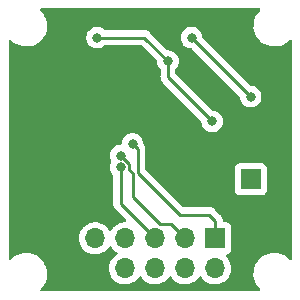
<source format=gbr>
%TF.GenerationSoftware,KiCad,Pcbnew,(6.0.7)*%
%TF.CreationDate,2022-10-09T22:01:22-05:00*%
%TF.ProjectId,TCA9534,54434139-3533-4342-9e6b-696361645f70,1.0*%
%TF.SameCoordinates,Original*%
%TF.FileFunction,Copper,L2,Bot*%
%TF.FilePolarity,Positive*%
%FSLAX46Y46*%
G04 Gerber Fmt 4.6, Leading zero omitted, Abs format (unit mm)*
G04 Created by KiCad (PCBNEW (6.0.7)) date 2022-10-09 22:01:22*
%MOMM*%
%LPD*%
G01*
G04 APERTURE LIST*
%TA.AperFunction,ComponentPad*%
%ADD10R,1.700000X1.700000*%
%TD*%
%TA.AperFunction,ComponentPad*%
%ADD11O,1.700000X1.700000*%
%TD*%
%TA.AperFunction,ViaPad*%
%ADD12C,0.800000*%
%TD*%
%TA.AperFunction,Conductor*%
%ADD13C,0.250000*%
%TD*%
G04 APERTURE END LIST*
D10*
%TO.P,J4,1,Pin_1*%
%TO.N,/INT*%
X179000000Y-89000000D03*
%TD*%
%TO.P,J3,1,Pin_1*%
%TO.N,/P0*%
X176000000Y-94000000D03*
D11*
%TO.P,J3,2,Pin_2*%
%TO.N,/P4*%
X176000000Y-96540000D03*
%TO.P,J3,3,Pin_3*%
%TO.N,/P1*%
X173460000Y-94000000D03*
%TO.P,J3,4,Pin_4*%
%TO.N,/P5*%
X173460000Y-96540000D03*
%TO.P,J3,5,Pin_5*%
%TO.N,/P2*%
X170920000Y-94000000D03*
%TO.P,J3,6,Pin_6*%
%TO.N,/P6*%
X170920000Y-96540000D03*
%TO.P,J3,7,Pin_7*%
%TO.N,/P3*%
X168380000Y-94000000D03*
%TO.P,J3,8,Pin_8*%
%TO.N,/P7*%
X168380000Y-96540000D03*
%TO.P,J3,9,Pin_9*%
%TO.N,+3.3V*%
X165840000Y-94000000D03*
%TO.P,J3,10,Pin_10*%
%TO.N,GND*%
X165840000Y-96540000D03*
%TD*%
D12*
%TO.N,GND*%
X163500000Y-85000000D03*
X163500000Y-90000000D03*
X170000000Y-79000000D03*
X164000000Y-81000000D03*
X177000000Y-77500000D03*
%TO.N,/SDA*%
X179000000Y-82000000D03*
X174000000Y-77000000D03*
%TO.N,/SCL*%
X166000000Y-77000000D03*
X175737100Y-84095000D03*
X172000000Y-79000000D03*
%TO.N,/P0*%
X169000000Y-86000000D03*
%TO.N,/P1*%
X168000000Y-87000000D03*
%TO.N,/P2*%
X168000000Y-88000000D03*
%TD*%
D13*
%TO.N,/SDA*%
X174000000Y-77000000D02*
X179000000Y-82000000D01*
%TO.N,/SCL*%
X170000000Y-77000000D02*
X172000000Y-79000000D01*
X166000000Y-77000000D02*
X170000000Y-77000000D01*
X172000000Y-79000000D02*
X172000000Y-80357900D01*
X172000000Y-80357900D02*
X175737100Y-84095000D01*
%TO.N,/P0*%
X176000000Y-92500000D02*
X175500000Y-92000000D01*
X169450000Y-86450000D02*
X169000000Y-86000000D01*
X175500000Y-92000000D02*
X173000000Y-92000000D01*
X176000000Y-94000000D02*
X176000000Y-92500000D01*
X173000000Y-92000000D02*
X169450000Y-88450000D01*
X169450000Y-88450000D02*
X169450000Y-86450000D01*
%TO.N,/P1*%
X168000000Y-87000000D02*
X168025305Y-87000000D01*
X168725000Y-87699695D02*
X168725000Y-88225000D01*
X168725000Y-88225000D02*
X169000000Y-88500000D01*
X171325000Y-92825000D02*
X172285000Y-92825000D01*
X172285000Y-92825000D02*
X173460000Y-94000000D01*
X169000000Y-90500000D02*
X171325000Y-92825000D01*
X169000000Y-88500000D02*
X169000000Y-90500000D01*
X168025305Y-87000000D02*
X168725000Y-87699695D01*
%TO.N,/P2*%
X170920000Y-94000000D02*
X168000000Y-91080000D01*
X168000000Y-91080000D02*
X168000000Y-88000000D01*
%TD*%
%TA.AperFunction,Conductor*%
%TO.N,GND*%
G36*
X179765262Y-74528502D02*
G01*
X179811755Y-74582158D01*
X179821859Y-74652432D01*
X179788916Y-74720832D01*
X179629557Y-74890237D01*
X179480576Y-75104991D01*
X179364975Y-75339407D01*
X179285293Y-75588335D01*
X179243279Y-75846307D01*
X179243218Y-75850980D01*
X179240052Y-76092872D01*
X179239858Y-76107655D01*
X179275104Y-76366638D01*
X179276412Y-76371124D01*
X179276412Y-76371126D01*
X179292874Y-76427604D01*
X179348243Y-76617567D01*
X179457668Y-76854928D01*
X179460231Y-76858837D01*
X179598410Y-77069596D01*
X179598414Y-77069601D01*
X179600976Y-77073509D01*
X179775018Y-77268506D01*
X179975970Y-77435637D01*
X179979973Y-77438066D01*
X180195422Y-77568804D01*
X180195426Y-77568806D01*
X180199419Y-77571229D01*
X180440455Y-77672303D01*
X180693783Y-77736641D01*
X180698434Y-77737109D01*
X180698438Y-77737110D01*
X180891308Y-77756531D01*
X180910867Y-77758500D01*
X181066354Y-77758500D01*
X181068679Y-77758327D01*
X181068685Y-77758327D01*
X181256000Y-77744407D01*
X181256004Y-77744406D01*
X181260652Y-77744061D01*
X181265200Y-77743032D01*
X181265206Y-77743031D01*
X181451601Y-77700853D01*
X181515577Y-77686377D01*
X181519931Y-77684684D01*
X181754824Y-77593340D01*
X181754827Y-77593339D01*
X181759177Y-77591647D01*
X181986098Y-77461951D01*
X182191357Y-77300138D01*
X182273725Y-77212578D01*
X182334969Y-77176666D01*
X182405907Y-77179566D01*
X182464015Y-77220357D01*
X182490846Y-77286088D01*
X182491500Y-77298911D01*
X182491500Y-95699708D01*
X182471498Y-95767829D01*
X182417842Y-95814322D01*
X182347568Y-95824426D01*
X182282988Y-95794932D01*
X182271497Y-95783610D01*
X182224982Y-95731494D01*
X182024030Y-95564363D01*
X181976844Y-95535730D01*
X181804578Y-95431196D01*
X181804574Y-95431194D01*
X181800581Y-95428771D01*
X181559545Y-95327697D01*
X181306217Y-95263359D01*
X181301566Y-95262891D01*
X181301562Y-95262890D01*
X181092271Y-95241816D01*
X181089133Y-95241500D01*
X180933646Y-95241500D01*
X180931321Y-95241673D01*
X180931315Y-95241673D01*
X180744000Y-95255593D01*
X180743996Y-95255594D01*
X180739348Y-95255939D01*
X180734800Y-95256968D01*
X180734794Y-95256969D01*
X180565712Y-95295229D01*
X180484423Y-95313623D01*
X180480071Y-95315315D01*
X180480069Y-95315316D01*
X180245176Y-95406660D01*
X180245173Y-95406661D01*
X180240823Y-95408353D01*
X180013902Y-95538049D01*
X179808643Y-95699862D01*
X179629557Y-95890237D01*
X179480576Y-96104991D01*
X179478510Y-96109181D01*
X179478508Y-96109184D01*
X179373302Y-96322522D01*
X179364975Y-96339407D01*
X179285293Y-96588335D01*
X179243279Y-96846307D01*
X179239858Y-97107655D01*
X179275104Y-97366638D01*
X179276412Y-97371124D01*
X179276412Y-97371126D01*
X179292738Y-97427137D01*
X179348243Y-97617567D01*
X179457668Y-97854928D01*
X179460231Y-97858837D01*
X179598410Y-98069596D01*
X179598414Y-98069601D01*
X179600976Y-98073509D01*
X179775018Y-98268506D01*
X179778611Y-98271494D01*
X179781978Y-98274746D01*
X179780400Y-98276380D01*
X179814782Y-98327680D01*
X179816149Y-98398663D01*
X179778923Y-98459118D01*
X179714922Y-98489849D01*
X179694592Y-98491500D01*
X161302859Y-98491500D01*
X161234738Y-98471498D01*
X161188245Y-98417842D01*
X161178141Y-98347568D01*
X161211084Y-98279167D01*
X161367237Y-98113171D01*
X161370443Y-98109763D01*
X161493443Y-97932460D01*
X161516759Y-97898851D01*
X161516761Y-97898848D01*
X161519424Y-97895009D01*
X161530096Y-97873368D01*
X161632960Y-97664781D01*
X161632961Y-97664778D01*
X161635025Y-97660593D01*
X161714707Y-97411665D01*
X161756721Y-97153693D01*
X161758250Y-97036857D01*
X161760081Y-96897022D01*
X161760081Y-96897019D01*
X161760142Y-96892345D01*
X161724896Y-96633362D01*
X161710473Y-96583877D01*
X161698664Y-96543365D01*
X161651757Y-96382433D01*
X161542332Y-96145072D01*
X161480922Y-96051406D01*
X161401590Y-95930404D01*
X161401586Y-95930399D01*
X161399024Y-95926491D01*
X161224982Y-95731494D01*
X161024030Y-95564363D01*
X160976844Y-95535730D01*
X160804578Y-95431196D01*
X160804574Y-95431194D01*
X160800581Y-95428771D01*
X160559545Y-95327697D01*
X160306217Y-95263359D01*
X160301566Y-95262891D01*
X160301562Y-95262890D01*
X160092271Y-95241816D01*
X160089133Y-95241500D01*
X159933646Y-95241500D01*
X159931321Y-95241673D01*
X159931315Y-95241673D01*
X159744000Y-95255593D01*
X159743996Y-95255594D01*
X159739348Y-95255939D01*
X159734800Y-95256968D01*
X159734794Y-95256969D01*
X159565712Y-95295229D01*
X159484423Y-95313623D01*
X159480071Y-95315315D01*
X159480069Y-95315316D01*
X159245176Y-95406660D01*
X159245173Y-95406661D01*
X159240823Y-95408353D01*
X159013902Y-95538049D01*
X158808643Y-95699862D01*
X158795426Y-95713912D01*
X158726275Y-95787422D01*
X158665031Y-95823334D01*
X158594093Y-95820434D01*
X158535985Y-95779643D01*
X158509154Y-95713912D01*
X158508500Y-95701089D01*
X158508500Y-93966695D01*
X164477251Y-93966695D01*
X164490110Y-94189715D01*
X164491247Y-94194761D01*
X164491248Y-94194767D01*
X164515304Y-94301508D01*
X164539222Y-94407639D01*
X164623266Y-94614616D01*
X164660685Y-94675678D01*
X164737291Y-94800688D01*
X164739987Y-94805088D01*
X164886250Y-94973938D01*
X165058126Y-95116632D01*
X165251000Y-95229338D01*
X165255825Y-95231180D01*
X165255826Y-95231181D01*
X165319755Y-95255593D01*
X165459692Y-95309030D01*
X165464760Y-95310061D01*
X165464763Y-95310062D01*
X165560324Y-95329504D01*
X165678597Y-95353567D01*
X165683772Y-95353757D01*
X165683774Y-95353757D01*
X165896673Y-95361564D01*
X165896677Y-95361564D01*
X165901837Y-95361753D01*
X165906957Y-95361097D01*
X165906959Y-95361097D01*
X166118288Y-95334025D01*
X166118289Y-95334025D01*
X166123416Y-95333368D01*
X166130096Y-95331364D01*
X166332429Y-95270661D01*
X166332434Y-95270659D01*
X166337384Y-95269174D01*
X166537994Y-95170896D01*
X166719860Y-95041173D01*
X166878096Y-94883489D01*
X166937594Y-94800689D01*
X167008453Y-94702077D01*
X167009776Y-94703028D01*
X167056645Y-94659857D01*
X167126580Y-94647625D01*
X167192026Y-94675144D01*
X167219875Y-94706994D01*
X167279987Y-94805088D01*
X167426250Y-94973938D01*
X167598126Y-95116632D01*
X167668595Y-95157811D01*
X167671445Y-95159476D01*
X167720169Y-95211114D01*
X167733240Y-95280897D01*
X167706509Y-95346669D01*
X167666055Y-95380027D01*
X167653607Y-95386507D01*
X167649474Y-95389610D01*
X167649471Y-95389612D01*
X167525567Y-95482642D01*
X167474965Y-95520635D01*
X167320629Y-95682138D01*
X167317720Y-95686403D01*
X167317714Y-95686411D01*
X167248809Y-95787422D01*
X167194743Y-95866680D01*
X167100688Y-96069305D01*
X167040989Y-96284570D01*
X167017251Y-96506695D01*
X167017548Y-96511848D01*
X167017548Y-96511851D01*
X167023011Y-96606590D01*
X167030110Y-96729715D01*
X167031247Y-96734761D01*
X167031248Y-96734767D01*
X167051119Y-96822939D01*
X167079222Y-96947639D01*
X167163266Y-97154616D01*
X167214019Y-97237438D01*
X167277291Y-97340688D01*
X167279987Y-97345088D01*
X167426250Y-97513938D01*
X167598126Y-97656632D01*
X167791000Y-97769338D01*
X167999692Y-97849030D01*
X168004760Y-97850061D01*
X168004763Y-97850062D01*
X168112017Y-97871883D01*
X168218597Y-97893567D01*
X168223772Y-97893757D01*
X168223774Y-97893757D01*
X168436673Y-97901564D01*
X168436677Y-97901564D01*
X168441837Y-97901753D01*
X168446957Y-97901097D01*
X168446959Y-97901097D01*
X168658288Y-97874025D01*
X168658289Y-97874025D01*
X168663416Y-97873368D01*
X168711850Y-97858837D01*
X168872429Y-97810661D01*
X168872434Y-97810659D01*
X168877384Y-97809174D01*
X169077994Y-97710896D01*
X169259860Y-97581173D01*
X169418096Y-97423489D01*
X169426593Y-97411665D01*
X169548453Y-97242077D01*
X169549776Y-97243028D01*
X169596645Y-97199857D01*
X169666580Y-97187625D01*
X169732026Y-97215144D01*
X169759875Y-97246994D01*
X169819987Y-97345088D01*
X169966250Y-97513938D01*
X170138126Y-97656632D01*
X170331000Y-97769338D01*
X170539692Y-97849030D01*
X170544760Y-97850061D01*
X170544763Y-97850062D01*
X170652017Y-97871883D01*
X170758597Y-97893567D01*
X170763772Y-97893757D01*
X170763774Y-97893757D01*
X170976673Y-97901564D01*
X170976677Y-97901564D01*
X170981837Y-97901753D01*
X170986957Y-97901097D01*
X170986959Y-97901097D01*
X171198288Y-97874025D01*
X171198289Y-97874025D01*
X171203416Y-97873368D01*
X171251850Y-97858837D01*
X171412429Y-97810661D01*
X171412434Y-97810659D01*
X171417384Y-97809174D01*
X171617994Y-97710896D01*
X171799860Y-97581173D01*
X171958096Y-97423489D01*
X171966593Y-97411665D01*
X172088453Y-97242077D01*
X172089776Y-97243028D01*
X172136645Y-97199857D01*
X172206580Y-97187625D01*
X172272026Y-97215144D01*
X172299875Y-97246994D01*
X172359987Y-97345088D01*
X172506250Y-97513938D01*
X172678126Y-97656632D01*
X172871000Y-97769338D01*
X173079692Y-97849030D01*
X173084760Y-97850061D01*
X173084763Y-97850062D01*
X173192017Y-97871883D01*
X173298597Y-97893567D01*
X173303772Y-97893757D01*
X173303774Y-97893757D01*
X173516673Y-97901564D01*
X173516677Y-97901564D01*
X173521837Y-97901753D01*
X173526957Y-97901097D01*
X173526959Y-97901097D01*
X173738288Y-97874025D01*
X173738289Y-97874025D01*
X173743416Y-97873368D01*
X173791850Y-97858837D01*
X173952429Y-97810661D01*
X173952434Y-97810659D01*
X173957384Y-97809174D01*
X174157994Y-97710896D01*
X174339860Y-97581173D01*
X174498096Y-97423489D01*
X174506593Y-97411665D01*
X174628453Y-97242077D01*
X174629776Y-97243028D01*
X174676645Y-97199857D01*
X174746580Y-97187625D01*
X174812026Y-97215144D01*
X174839875Y-97246994D01*
X174899987Y-97345088D01*
X175046250Y-97513938D01*
X175218126Y-97656632D01*
X175411000Y-97769338D01*
X175619692Y-97849030D01*
X175624760Y-97850061D01*
X175624763Y-97850062D01*
X175732017Y-97871883D01*
X175838597Y-97893567D01*
X175843772Y-97893757D01*
X175843774Y-97893757D01*
X176056673Y-97901564D01*
X176056677Y-97901564D01*
X176061837Y-97901753D01*
X176066957Y-97901097D01*
X176066959Y-97901097D01*
X176278288Y-97874025D01*
X176278289Y-97874025D01*
X176283416Y-97873368D01*
X176331850Y-97858837D01*
X176492429Y-97810661D01*
X176492434Y-97810659D01*
X176497384Y-97809174D01*
X176697994Y-97710896D01*
X176879860Y-97581173D01*
X177038096Y-97423489D01*
X177046593Y-97411665D01*
X177165435Y-97246277D01*
X177168453Y-97242077D01*
X177189320Y-97199857D01*
X177265136Y-97046453D01*
X177265137Y-97046451D01*
X177267430Y-97041811D01*
X177332370Y-96828069D01*
X177361529Y-96606590D01*
X177363156Y-96540000D01*
X177344852Y-96317361D01*
X177290431Y-96100702D01*
X177201354Y-95895840D01*
X177093101Y-95728506D01*
X177082822Y-95712617D01*
X177082820Y-95712614D01*
X177080014Y-95708277D01*
X177075453Y-95703264D01*
X176932798Y-95546488D01*
X176901746Y-95482642D01*
X176910141Y-95412143D01*
X176955317Y-95357375D01*
X176981761Y-95343706D01*
X177088297Y-95303767D01*
X177096705Y-95300615D01*
X177213261Y-95213261D01*
X177300615Y-95096705D01*
X177351745Y-94960316D01*
X177358500Y-94898134D01*
X177358500Y-93101866D01*
X177351745Y-93039684D01*
X177300615Y-92903295D01*
X177213261Y-92786739D01*
X177096705Y-92699385D01*
X176960316Y-92648255D01*
X176898134Y-92641500D01*
X176760363Y-92641500D01*
X176692242Y-92621498D01*
X176645749Y-92567842D01*
X176634425Y-92519458D01*
X176633562Y-92492002D01*
X176633500Y-92488044D01*
X176633500Y-92460144D01*
X176632996Y-92456153D01*
X176632063Y-92444311D01*
X176630923Y-92408036D01*
X176630674Y-92400111D01*
X176628462Y-92392497D01*
X176628461Y-92392492D01*
X176625023Y-92380659D01*
X176621012Y-92361295D01*
X176619467Y-92349064D01*
X176618474Y-92341203D01*
X176615557Y-92333836D01*
X176615556Y-92333831D01*
X176602198Y-92300092D01*
X176598354Y-92288865D01*
X176588230Y-92254022D01*
X176586018Y-92246407D01*
X176575707Y-92228972D01*
X176567012Y-92211224D01*
X176559552Y-92192383D01*
X176533564Y-92156613D01*
X176527048Y-92146693D01*
X176508580Y-92115465D01*
X176508578Y-92115462D01*
X176504542Y-92108638D01*
X176490221Y-92094317D01*
X176477380Y-92079283D01*
X176470132Y-92069307D01*
X176465472Y-92062893D01*
X176431407Y-92034712D01*
X176422626Y-92026722D01*
X176003647Y-91607742D01*
X175996113Y-91599463D01*
X175992000Y-91592982D01*
X175942348Y-91546356D01*
X175939507Y-91543602D01*
X175919770Y-91523865D01*
X175916573Y-91521385D01*
X175907551Y-91513680D01*
X175881100Y-91488841D01*
X175875321Y-91483414D01*
X175868375Y-91479595D01*
X175868372Y-91479593D01*
X175857566Y-91473652D01*
X175841047Y-91462801D01*
X175840583Y-91462441D01*
X175825041Y-91450386D01*
X175817772Y-91447241D01*
X175817768Y-91447238D01*
X175784463Y-91432826D01*
X175773813Y-91427609D01*
X175735060Y-91406305D01*
X175715437Y-91401267D01*
X175696734Y-91394863D01*
X175685420Y-91389967D01*
X175685419Y-91389967D01*
X175678145Y-91386819D01*
X175670322Y-91385580D01*
X175670312Y-91385577D01*
X175634476Y-91379901D01*
X175622856Y-91377495D01*
X175587711Y-91368472D01*
X175587710Y-91368472D01*
X175580030Y-91366500D01*
X175559776Y-91366500D01*
X175540065Y-91364949D01*
X175527886Y-91363020D01*
X175520057Y-91361780D01*
X175512165Y-91362526D01*
X175476039Y-91365941D01*
X175464181Y-91366500D01*
X173314594Y-91366500D01*
X173246473Y-91346498D01*
X173225499Y-91329595D01*
X171794038Y-89898134D01*
X177641500Y-89898134D01*
X177648255Y-89960316D01*
X177699385Y-90096705D01*
X177786739Y-90213261D01*
X177903295Y-90300615D01*
X178039684Y-90351745D01*
X178101866Y-90358500D01*
X179898134Y-90358500D01*
X179960316Y-90351745D01*
X180096705Y-90300615D01*
X180213261Y-90213261D01*
X180300615Y-90096705D01*
X180351745Y-89960316D01*
X180358500Y-89898134D01*
X180358500Y-88101866D01*
X180351745Y-88039684D01*
X180300615Y-87903295D01*
X180213261Y-87786739D01*
X180096705Y-87699385D01*
X179960316Y-87648255D01*
X179898134Y-87641500D01*
X178101866Y-87641500D01*
X178039684Y-87648255D01*
X177903295Y-87699385D01*
X177786739Y-87786739D01*
X177699385Y-87903295D01*
X177648255Y-88039684D01*
X177641500Y-88101866D01*
X177641500Y-89898134D01*
X171794038Y-89898134D01*
X170120405Y-88224500D01*
X170086379Y-88162188D01*
X170083500Y-88135405D01*
X170083500Y-86528767D01*
X170084027Y-86517584D01*
X170085702Y-86510091D01*
X170084224Y-86463056D01*
X170083562Y-86442014D01*
X170083500Y-86438055D01*
X170083500Y-86410144D01*
X170082995Y-86406144D01*
X170082062Y-86394301D01*
X170080922Y-86358029D01*
X170080673Y-86350110D01*
X170075022Y-86330657D01*
X170071014Y-86311302D01*
X170069469Y-86299071D01*
X170069467Y-86299063D01*
X170068474Y-86291203D01*
X170065557Y-86283836D01*
X170065556Y-86283831D01*
X170052200Y-86250097D01*
X170048355Y-86238870D01*
X170047721Y-86236687D01*
X170036018Y-86196407D01*
X170025707Y-86178972D01*
X170017012Y-86161224D01*
X170009552Y-86142383D01*
X169983564Y-86106613D01*
X169977048Y-86096693D01*
X169958580Y-86065465D01*
X169958578Y-86065462D01*
X169954542Y-86058638D01*
X169947122Y-86051218D01*
X169946157Y-86049451D01*
X169944079Y-86046772D01*
X169944511Y-86046437D01*
X169913096Y-85988906D01*
X169910907Y-85975293D01*
X169894232Y-85816635D01*
X169894232Y-85816633D01*
X169893542Y-85810072D01*
X169834527Y-85628444D01*
X169739040Y-85463056D01*
X169611253Y-85321134D01*
X169456752Y-85208882D01*
X169450724Y-85206198D01*
X169450722Y-85206197D01*
X169288319Y-85133891D01*
X169288318Y-85133891D01*
X169282288Y-85131206D01*
X169188888Y-85111353D01*
X169101944Y-85092872D01*
X169101939Y-85092872D01*
X169095487Y-85091500D01*
X168904513Y-85091500D01*
X168898061Y-85092872D01*
X168898056Y-85092872D01*
X168811112Y-85111353D01*
X168717712Y-85131206D01*
X168711682Y-85133891D01*
X168711681Y-85133891D01*
X168549278Y-85206197D01*
X168549276Y-85206198D01*
X168543248Y-85208882D01*
X168388747Y-85321134D01*
X168260960Y-85463056D01*
X168165473Y-85628444D01*
X168106458Y-85810072D01*
X168105768Y-85816633D01*
X168105768Y-85816635D01*
X168088738Y-85978670D01*
X168061725Y-86044327D01*
X168003503Y-86084957D01*
X167963428Y-86091500D01*
X167904513Y-86091500D01*
X167898061Y-86092872D01*
X167898056Y-86092872D01*
X167833412Y-86106613D01*
X167717712Y-86131206D01*
X167711682Y-86133891D01*
X167711681Y-86133891D01*
X167549278Y-86206197D01*
X167549276Y-86206198D01*
X167543248Y-86208882D01*
X167388747Y-86321134D01*
X167384326Y-86326044D01*
X167384325Y-86326045D01*
X167355527Y-86358029D01*
X167260960Y-86463056D01*
X167165473Y-86628444D01*
X167106458Y-86810072D01*
X167086496Y-87000000D01*
X167106458Y-87189928D01*
X167165473Y-87371556D01*
X167168776Y-87377278D01*
X167168777Y-87377279D01*
X167203257Y-87437000D01*
X167219995Y-87505995D01*
X167203257Y-87563000D01*
X167165473Y-87628444D01*
X167106458Y-87810072D01*
X167086496Y-88000000D01*
X167087186Y-88006565D01*
X167097562Y-88105283D01*
X167106458Y-88189928D01*
X167165473Y-88371556D01*
X167260960Y-88536944D01*
X167334137Y-88618215D01*
X167364853Y-88682221D01*
X167366500Y-88702524D01*
X167366500Y-91001233D01*
X167365973Y-91012416D01*
X167364298Y-91019909D01*
X167364547Y-91027835D01*
X167364547Y-91027836D01*
X167366438Y-91087986D01*
X167366500Y-91091945D01*
X167366500Y-91119856D01*
X167366997Y-91123790D01*
X167366997Y-91123791D01*
X167367005Y-91123856D01*
X167367938Y-91135693D01*
X167369327Y-91179889D01*
X167374978Y-91199339D01*
X167378987Y-91218700D01*
X167381526Y-91238797D01*
X167384445Y-91246168D01*
X167384445Y-91246170D01*
X167397804Y-91279912D01*
X167401649Y-91291142D01*
X167413982Y-91333593D01*
X167418015Y-91340412D01*
X167418017Y-91340417D01*
X167424293Y-91351028D01*
X167432988Y-91368776D01*
X167440448Y-91387617D01*
X167445110Y-91394033D01*
X167445110Y-91394034D01*
X167466436Y-91423387D01*
X167472952Y-91433307D01*
X167485925Y-91455242D01*
X167495458Y-91471362D01*
X167509779Y-91485683D01*
X167522619Y-91500716D01*
X167534528Y-91517107D01*
X167566555Y-91543602D01*
X167568605Y-91545298D01*
X167577384Y-91553288D01*
X168450086Y-92425990D01*
X168484112Y-92488302D01*
X168479047Y-92559117D01*
X168436500Y-92615953D01*
X168369980Y-92640764D01*
X168359459Y-92641076D01*
X168311962Y-92640495D01*
X168290080Y-92640228D01*
X168290078Y-92640228D01*
X168284911Y-92640165D01*
X168064091Y-92673955D01*
X167851756Y-92743357D01*
X167653607Y-92846507D01*
X167649474Y-92849610D01*
X167649471Y-92849612D01*
X167479100Y-92977530D01*
X167474965Y-92980635D01*
X167435525Y-93021907D01*
X167381280Y-93078671D01*
X167320629Y-93142138D01*
X167213201Y-93299621D01*
X167158293Y-93344621D01*
X167087768Y-93352792D01*
X167024021Y-93321538D01*
X167003324Y-93297054D01*
X166922822Y-93172617D01*
X166922820Y-93172614D01*
X166920014Y-93168277D01*
X166769670Y-93003051D01*
X166765619Y-92999852D01*
X166765615Y-92999848D01*
X166598414Y-92867800D01*
X166598410Y-92867798D01*
X166594359Y-92864598D01*
X166398789Y-92756638D01*
X166393920Y-92754914D01*
X166393916Y-92754912D01*
X166193087Y-92683795D01*
X166193083Y-92683794D01*
X166188212Y-92682069D01*
X166183119Y-92681162D01*
X166183116Y-92681161D01*
X165973373Y-92643800D01*
X165973367Y-92643799D01*
X165968284Y-92642894D01*
X165894452Y-92641992D01*
X165750081Y-92640228D01*
X165750079Y-92640228D01*
X165744911Y-92640165D01*
X165524091Y-92673955D01*
X165311756Y-92743357D01*
X165113607Y-92846507D01*
X165109474Y-92849610D01*
X165109471Y-92849612D01*
X164939100Y-92977530D01*
X164934965Y-92980635D01*
X164895525Y-93021907D01*
X164841280Y-93078671D01*
X164780629Y-93142138D01*
X164654743Y-93326680D01*
X164560688Y-93529305D01*
X164500989Y-93744570D01*
X164477251Y-93966695D01*
X158508500Y-93966695D01*
X158508500Y-77300292D01*
X158528502Y-77232171D01*
X158582158Y-77185678D01*
X158652432Y-77175574D01*
X158717012Y-77205068D01*
X158728499Y-77216386D01*
X158775018Y-77268506D01*
X158975970Y-77435637D01*
X158979973Y-77438066D01*
X159195422Y-77568804D01*
X159195426Y-77568806D01*
X159199419Y-77571229D01*
X159440455Y-77672303D01*
X159693783Y-77736641D01*
X159698434Y-77737109D01*
X159698438Y-77737110D01*
X159891308Y-77756531D01*
X159910867Y-77758500D01*
X160066354Y-77758500D01*
X160068679Y-77758327D01*
X160068685Y-77758327D01*
X160256000Y-77744407D01*
X160256004Y-77744406D01*
X160260652Y-77744061D01*
X160265200Y-77743032D01*
X160265206Y-77743031D01*
X160451601Y-77700853D01*
X160515577Y-77686377D01*
X160519931Y-77684684D01*
X160754824Y-77593340D01*
X160754827Y-77593339D01*
X160759177Y-77591647D01*
X160986098Y-77461951D01*
X161191357Y-77300138D01*
X161370443Y-77109763D01*
X161446589Y-77000000D01*
X165086496Y-77000000D01*
X165087186Y-77006565D01*
X165098391Y-77113171D01*
X165106458Y-77189928D01*
X165165473Y-77371556D01*
X165260960Y-77536944D01*
X165265378Y-77541851D01*
X165265379Y-77541852D01*
X165310215Y-77591647D01*
X165388747Y-77678866D01*
X165543248Y-77791118D01*
X165549276Y-77793802D01*
X165549278Y-77793803D01*
X165711681Y-77866109D01*
X165717712Y-77868794D01*
X165811113Y-77888647D01*
X165898056Y-77907128D01*
X165898061Y-77907128D01*
X165904513Y-77908500D01*
X166095487Y-77908500D01*
X166101939Y-77907128D01*
X166101944Y-77907128D01*
X166188887Y-77888647D01*
X166282288Y-77868794D01*
X166288319Y-77866109D01*
X166450722Y-77793803D01*
X166450724Y-77793802D01*
X166456752Y-77791118D01*
X166533319Y-77735489D01*
X166603245Y-77684684D01*
X166611253Y-77678866D01*
X166615668Y-77673963D01*
X166620580Y-77669540D01*
X166621705Y-77670789D01*
X166675014Y-77637949D01*
X166708200Y-77633500D01*
X169685406Y-77633500D01*
X169753527Y-77653502D01*
X169774501Y-77670405D01*
X171052878Y-78948783D01*
X171086904Y-79011095D01*
X171089093Y-79024706D01*
X171106458Y-79189928D01*
X171165473Y-79371556D01*
X171260960Y-79536944D01*
X171334137Y-79618215D01*
X171364853Y-79682221D01*
X171366500Y-79702524D01*
X171366500Y-80279133D01*
X171365973Y-80290316D01*
X171364298Y-80297809D01*
X171364547Y-80305735D01*
X171364547Y-80305736D01*
X171366438Y-80365886D01*
X171366500Y-80369845D01*
X171366500Y-80397756D01*
X171366997Y-80401690D01*
X171366997Y-80401691D01*
X171367005Y-80401756D01*
X171367938Y-80413593D01*
X171369327Y-80457789D01*
X171374978Y-80477239D01*
X171378987Y-80496600D01*
X171381526Y-80516697D01*
X171384445Y-80524068D01*
X171384445Y-80524070D01*
X171397804Y-80557812D01*
X171401649Y-80569042D01*
X171413982Y-80611493D01*
X171418015Y-80618312D01*
X171418017Y-80618317D01*
X171424293Y-80628928D01*
X171432988Y-80646676D01*
X171440448Y-80665517D01*
X171445110Y-80671933D01*
X171445110Y-80671934D01*
X171466436Y-80701287D01*
X171472952Y-80711207D01*
X171495458Y-80749262D01*
X171509779Y-80763583D01*
X171522619Y-80778616D01*
X171534528Y-80795007D01*
X171540634Y-80800058D01*
X171568605Y-80823198D01*
X171577384Y-80831188D01*
X174789978Y-84043782D01*
X174824004Y-84106094D01*
X174826192Y-84119703D01*
X174843558Y-84284928D01*
X174902573Y-84466556D01*
X174998060Y-84631944D01*
X175125847Y-84773866D01*
X175280348Y-84886118D01*
X175286376Y-84888802D01*
X175286378Y-84888803D01*
X175448781Y-84961109D01*
X175454812Y-84963794D01*
X175548212Y-84983647D01*
X175635156Y-85002128D01*
X175635161Y-85002128D01*
X175641613Y-85003500D01*
X175832587Y-85003500D01*
X175839039Y-85002128D01*
X175839044Y-85002128D01*
X175925987Y-84983647D01*
X176019388Y-84963794D01*
X176025419Y-84961109D01*
X176187822Y-84888803D01*
X176187824Y-84888802D01*
X176193852Y-84886118D01*
X176348353Y-84773866D01*
X176476140Y-84631944D01*
X176571627Y-84466556D01*
X176630642Y-84284928D01*
X176650604Y-84095000D01*
X176630642Y-83905072D01*
X176571627Y-83723444D01*
X176476140Y-83558056D01*
X176348353Y-83416134D01*
X176193852Y-83303882D01*
X176187824Y-83301198D01*
X176187822Y-83301197D01*
X176025419Y-83228891D01*
X176025418Y-83228891D01*
X176019388Y-83226206D01*
X175925988Y-83206353D01*
X175839044Y-83187872D01*
X175839039Y-83187872D01*
X175832587Y-83186500D01*
X175776694Y-83186500D01*
X175708573Y-83166498D01*
X175687599Y-83149595D01*
X172670405Y-80132400D01*
X172636379Y-80070088D01*
X172633500Y-80043305D01*
X172633500Y-79702524D01*
X172653502Y-79634403D01*
X172665858Y-79618221D01*
X172739040Y-79536944D01*
X172834527Y-79371556D01*
X172893542Y-79189928D01*
X172913504Y-79000000D01*
X172893542Y-78810072D01*
X172834527Y-78628444D01*
X172739040Y-78463056D01*
X172611253Y-78321134D01*
X172456752Y-78208882D01*
X172450724Y-78206198D01*
X172450722Y-78206197D01*
X172288319Y-78133891D01*
X172288318Y-78133891D01*
X172282288Y-78131206D01*
X172188888Y-78111353D01*
X172101944Y-78092872D01*
X172101939Y-78092872D01*
X172095487Y-78091500D01*
X172039594Y-78091500D01*
X171971473Y-78071498D01*
X171950499Y-78054595D01*
X170895905Y-77000000D01*
X173086496Y-77000000D01*
X173087186Y-77006565D01*
X173098391Y-77113171D01*
X173106458Y-77189928D01*
X173165473Y-77371556D01*
X173260960Y-77536944D01*
X173265378Y-77541851D01*
X173265379Y-77541852D01*
X173310215Y-77591647D01*
X173388747Y-77678866D01*
X173543248Y-77791118D01*
X173549276Y-77793802D01*
X173549278Y-77793803D01*
X173711681Y-77866109D01*
X173717712Y-77868794D01*
X173811113Y-77888647D01*
X173898056Y-77907128D01*
X173898061Y-77907128D01*
X173904513Y-77908500D01*
X173960406Y-77908500D01*
X174028527Y-77928502D01*
X174049501Y-77945405D01*
X178052878Y-81948783D01*
X178086904Y-82011095D01*
X178089093Y-82024706D01*
X178106458Y-82189928D01*
X178165473Y-82371556D01*
X178260960Y-82536944D01*
X178388747Y-82678866D01*
X178543248Y-82791118D01*
X178549276Y-82793802D01*
X178549278Y-82793803D01*
X178711681Y-82866109D01*
X178717712Y-82868794D01*
X178811112Y-82888647D01*
X178898056Y-82907128D01*
X178898061Y-82907128D01*
X178904513Y-82908500D01*
X179095487Y-82908500D01*
X179101939Y-82907128D01*
X179101944Y-82907128D01*
X179188888Y-82888647D01*
X179282288Y-82868794D01*
X179288319Y-82866109D01*
X179450722Y-82793803D01*
X179450724Y-82793802D01*
X179456752Y-82791118D01*
X179611253Y-82678866D01*
X179739040Y-82536944D01*
X179834527Y-82371556D01*
X179893542Y-82189928D01*
X179913504Y-82000000D01*
X179893542Y-81810072D01*
X179834527Y-81628444D01*
X179739040Y-81463056D01*
X179611253Y-81321134D01*
X179456752Y-81208882D01*
X179450724Y-81206198D01*
X179450722Y-81206197D01*
X179288319Y-81133891D01*
X179288318Y-81133891D01*
X179282288Y-81131206D01*
X179188888Y-81111353D01*
X179101944Y-81092872D01*
X179101939Y-81092872D01*
X179095487Y-81091500D01*
X179039594Y-81091500D01*
X178971473Y-81071498D01*
X178950499Y-81054595D01*
X174947122Y-77051217D01*
X174913096Y-76988905D01*
X174910907Y-76975292D01*
X174894232Y-76816635D01*
X174894232Y-76816633D01*
X174893542Y-76810072D01*
X174834527Y-76628444D01*
X174739040Y-76463056D01*
X174724798Y-76447238D01*
X174615675Y-76326045D01*
X174615674Y-76326044D01*
X174611253Y-76321134D01*
X174456752Y-76208882D01*
X174450724Y-76206198D01*
X174450722Y-76206197D01*
X174288319Y-76133891D01*
X174288318Y-76133891D01*
X174282288Y-76131206D01*
X174171490Y-76107655D01*
X174101944Y-76092872D01*
X174101939Y-76092872D01*
X174095487Y-76091500D01*
X173904513Y-76091500D01*
X173898061Y-76092872D01*
X173898056Y-76092872D01*
X173828510Y-76107655D01*
X173717712Y-76131206D01*
X173711682Y-76133891D01*
X173711681Y-76133891D01*
X173549278Y-76206197D01*
X173549276Y-76206198D01*
X173543248Y-76208882D01*
X173388747Y-76321134D01*
X173384326Y-76326044D01*
X173384325Y-76326045D01*
X173275203Y-76447238D01*
X173260960Y-76463056D01*
X173165473Y-76628444D01*
X173106458Y-76810072D01*
X173105768Y-76816633D01*
X173105768Y-76816635D01*
X173097531Y-76895009D01*
X173086496Y-77000000D01*
X170895905Y-77000000D01*
X170503652Y-76607747D01*
X170496112Y-76599461D01*
X170492000Y-76592982D01*
X170442348Y-76546356D01*
X170439507Y-76543602D01*
X170419770Y-76523865D01*
X170416573Y-76521385D01*
X170407551Y-76513680D01*
X170381100Y-76488841D01*
X170375321Y-76483414D01*
X170368375Y-76479595D01*
X170368372Y-76479593D01*
X170357566Y-76473652D01*
X170341047Y-76462801D01*
X170335048Y-76458148D01*
X170325041Y-76450386D01*
X170317772Y-76447241D01*
X170317768Y-76447238D01*
X170284463Y-76432826D01*
X170273813Y-76427609D01*
X170235060Y-76406305D01*
X170215437Y-76401267D01*
X170196734Y-76394863D01*
X170185420Y-76389967D01*
X170185419Y-76389967D01*
X170178145Y-76386819D01*
X170170322Y-76385580D01*
X170170312Y-76385577D01*
X170134476Y-76379901D01*
X170122856Y-76377495D01*
X170087711Y-76368472D01*
X170087710Y-76368472D01*
X170080030Y-76366500D01*
X170059776Y-76366500D01*
X170040065Y-76364949D01*
X170027886Y-76363020D01*
X170020057Y-76361780D01*
X170012165Y-76362526D01*
X169976039Y-76365941D01*
X169964181Y-76366500D01*
X166708200Y-76366500D01*
X166640079Y-76346498D01*
X166620853Y-76330157D01*
X166620580Y-76330460D01*
X166615668Y-76326037D01*
X166611253Y-76321134D01*
X166456752Y-76208882D01*
X166450724Y-76206198D01*
X166450722Y-76206197D01*
X166288319Y-76133891D01*
X166288318Y-76133891D01*
X166282288Y-76131206D01*
X166171490Y-76107655D01*
X166101944Y-76092872D01*
X166101939Y-76092872D01*
X166095487Y-76091500D01*
X165904513Y-76091500D01*
X165898061Y-76092872D01*
X165898056Y-76092872D01*
X165828510Y-76107655D01*
X165717712Y-76131206D01*
X165711682Y-76133891D01*
X165711681Y-76133891D01*
X165549278Y-76206197D01*
X165549276Y-76206198D01*
X165543248Y-76208882D01*
X165388747Y-76321134D01*
X165384326Y-76326044D01*
X165384325Y-76326045D01*
X165275203Y-76447238D01*
X165260960Y-76463056D01*
X165165473Y-76628444D01*
X165106458Y-76810072D01*
X165105768Y-76816633D01*
X165105768Y-76816635D01*
X165097531Y-76895009D01*
X165086496Y-77000000D01*
X161446589Y-77000000D01*
X161519424Y-76895009D01*
X161635025Y-76660593D01*
X161714707Y-76411665D01*
X161756721Y-76153693D01*
X161760142Y-75892345D01*
X161724896Y-75633362D01*
X161710473Y-75583877D01*
X161653068Y-75386932D01*
X161651757Y-75382433D01*
X161542332Y-75145072D01*
X161489663Y-75064739D01*
X161401590Y-74930404D01*
X161401586Y-74930399D01*
X161399024Y-74926491D01*
X161224982Y-74731494D01*
X161221389Y-74728506D01*
X161218022Y-74725254D01*
X161219600Y-74723620D01*
X161185218Y-74672320D01*
X161183851Y-74601337D01*
X161221077Y-74540882D01*
X161285078Y-74510151D01*
X161305408Y-74508500D01*
X179697141Y-74508500D01*
X179765262Y-74528502D01*
G37*
%TD.AperFunction*%
%TD*%
M02*

</source>
